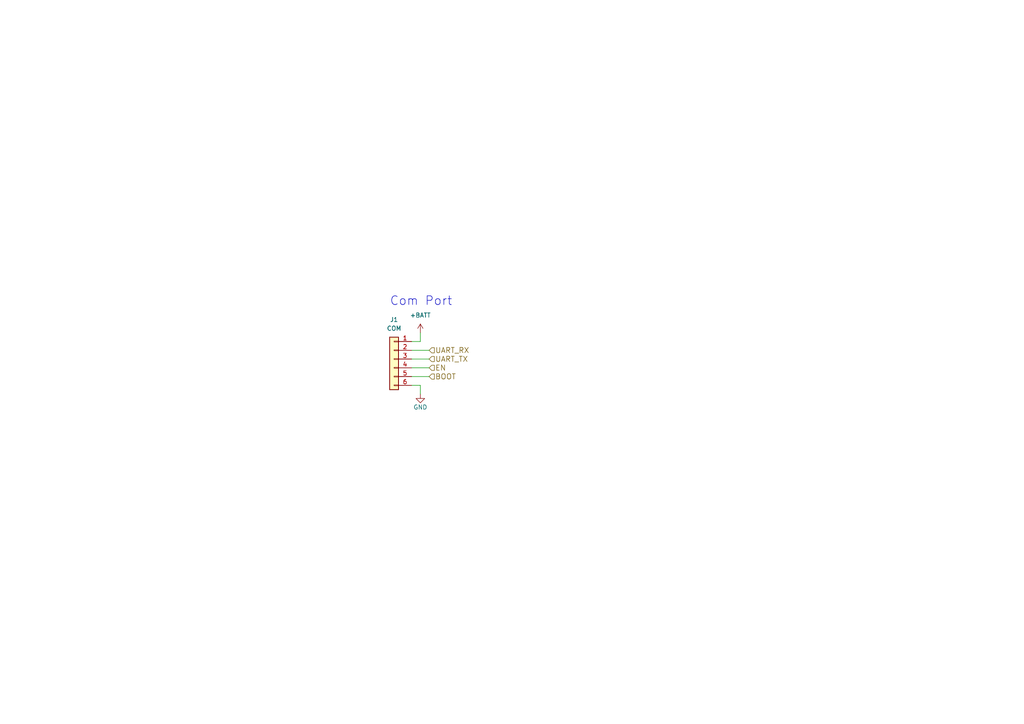
<source format=kicad_sch>
(kicad_sch (version 20230121) (generator eeschema)
  (paper "A4")
  (lib_symbols
    (symbol "Connector_Generic:Conn_01x06" (pin_names (offset 1.016) hide)
      (property "Reference" "J" (at 0 7.62 0))
      (property "Value" "Conn_01x06" (at 0 -10.16 0))
      (symbol "Conn_01x06_1_1"
        (rectangle (start -1.27 -7.493) (end 0 -7.747) (stroke (width 0.1524)))
        (rectangle (start -1.27 -4.953) (end 0 -5.207) (stroke (width 0.1524)))
        (rectangle (start -1.27 -2.413) (end 0 -2.667) (stroke (width 0.1524)))
        (rectangle (start -1.27 0.127) (end 0 -0.127) (stroke (width 0.1524)))
        (rectangle (start -1.27 2.667) (end 0 2.413) (stroke (width 0.1524)))
        (rectangle (start -1.27 5.207) (end 0 4.953) (stroke (width 0.1524)))
        (rectangle (start -1.27 6.35) (end 1.27 -8.89) (stroke (width 0.254)) (fill (type background)))
        (pin passive line (at -5.08 5.08 0) (length 3.81) (name "Pin_1") (number "1"))
        (pin passive line (at -5.08 2.54 0) (length 3.81) (name "Pin_2") (number "2"))
        (pin passive line (at -5.08 0 0) (length 3.81) (name "Pin_3") (number "3"))
        (pin passive line (at -5.08 -2.54 0) (length 3.81) (name "Pin_4") (number "4"))
        (pin passive line (at -5.08 -5.08 0) (length 3.81) (name "Pin_5") (number "5"))
        (pin passive line (at -5.08 -7.62 0) (length 3.81) (name "Pin_6") (number "6"))
      )
    )
    (symbol "power:+BATT" (power) (pin_names (offset 0))
      (property "Value" "+BATT" (at 0 3.556 0))
      (symbol "+BATT_0_1"
        (polyline (pts (xy -0.762 1.27) (xy 0 2.54)))
        (polyline (pts (xy 0 0) (xy 0 2.54)))
        (polyline (pts (xy 0 2.54) (xy 0.762 1.27)))
      )
      (symbol "+BATT_1_1"
        (pin power_in line (at 0 0 90) (length 0) hide (name "+BATT") (number "1"))
      )
    )
    (symbol "power:GND" (power) (pin_names (offset 0))
      (property "Value" "GND" (at 0 -3.81 0))
      (symbol "GND_0_1"
        (polyline (pts (xy 0 0) (xy 0 -1.27) (xy 1.27 -1.27) (xy 0 -2.54) (xy -1.27 -1.27) (xy 0 -1.27)))
      )
      (symbol "GND_1_1"
        (pin power_in line (at 0 0 270) (length 0) hide (name "GND") (number "1"))
      )
    )
  )
  (wire (pts (xy 119.38 101.6) (xy 124.46 101.6)))
  (wire (pts (xy 119.38 109.22) (xy 124.46 109.22)))
  (wire (pts (xy 119.38 106.68) (xy 124.46 106.68)))
  (wire (pts (xy 121.92 96.52) (xy 121.92 99.06)))
  (wire (pts (xy 121.92 99.06) (xy 119.38 99.06)))
  (wire (pts (xy 119.38 111.76) (xy 121.92 111.76)))
  (wire (pts (xy 121.92 111.76) (xy 121.92 114.3)))
  (wire (pts (xy 124.46 104.14) (xy 119.38 104.14)))
  (text "Com Port\n" (at 113.03 88.9 0) (effects (font (size 2.54 2.54)) (justify left bottom)))
  (hierarchical_label "EN" (shape input) (at 124.46 106.68 0) (effects (font (size 1.524 1.524))))
  (hierarchical_label "BOOT" (shape input) (at 124.46 109.22 0) (effects (font (size 1.524 1.524))))
  (hierarchical_label "UART_RX" (shape input) (at 124.46 101.6 0) (effects (font (size 1.524 1.524))))
  (hierarchical_label "UART_TX" (shape input) (at 124.46 104.14 0) (effects (font (size 1.524 1.524))))
  (symbol (lib_id "power:GND") (at 121.92 114.3 0) (unit 1)
    (property "Reference" "#PWR07" (effects hide))
    (property "Value" "GND" (at 121.92 118.11 0))
  )
  (symbol (lib_id "power:+BATT") (at 121.92 96.52 0) (unit 1)
    (property "Reference" "#PWR06" (effects hide))
    (property "Value" "+BATT" (at 121.92 91.44 0))
  )
  (symbol (lib_id "Connector_Generic:Conn_01x06") (at 114.3 104.14 0) (mirror y) (unit 1)
    (property "Reference" "J1" (at 114.3 92.71 0))
    (property "Value" "COM" (at 114.3 95.25 0))
    (property "Footprint" "Connector_JST:JST_SH_BM06B-SRSS-TB_1x06-1MP_P1.00mm_Vertical" (effects hide))
  )
)
</source>
